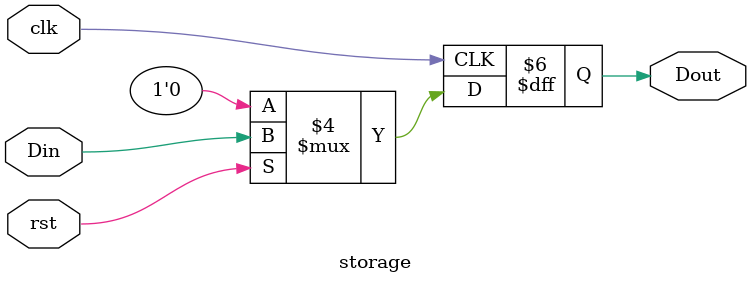
<source format=v>
module storage (
input      clk,
input      rst,
input      Din,
output reg Dout);

always @(posedge clk) begin
	if (!rst) begin
		Dout <= 1'b0;
	end
	else begin
		Dout <= Din;
	end
end

endmodule
</source>
